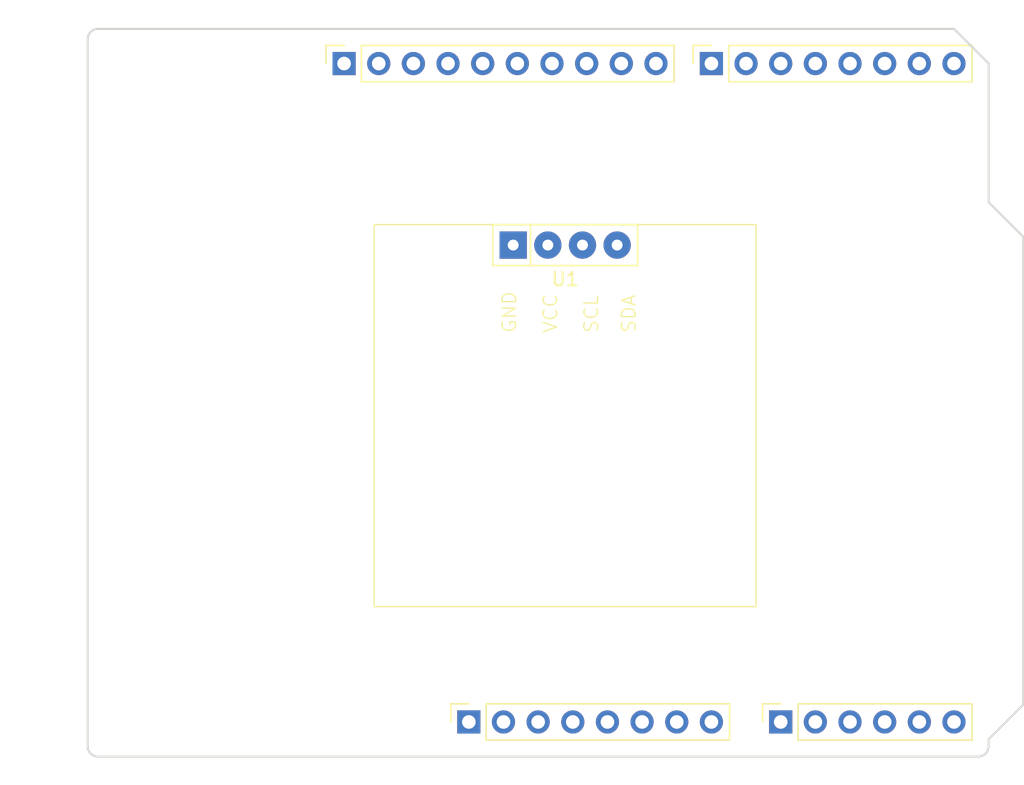
<source format=kicad_pcb>
(kicad_pcb (version 20241229) (generator "pcbnew") (generator_version "9.0")
  (title_block (date "mar. 31 mars 2015"))
  (layers (0 "F.Cu" signal) (2 "B.Cu" signal) (13 "F.Paste" user) (15 "B.Paste" user) (5 "F.SilkS" user "F.Silkscreen") (7 "B.SilkS" user "B.Silkscreen") (1 "F.Mask" user) (3 "B.Mask" user) (25 "Edge.Cuts" user))
  (net 0 "")
  (net 1 "GND")
  (net 3 "+5V")
  (net 4 "/IOREF")
  (net 5 "/A0")
  (net 6 "/A1")
  (net 7 "/A2")
  (net 8 "/A3")
  (net 9 "/SDA{slash}A4")
  (net 10 "/SCL{slash}A5")
  (net 11 "/13")
  (net 12 "/12")
  (net 13 "/AREF")
  (net 14 "/8")
  (net 15 "/7")
  (net 16 "/*11")
  (net 17 "/*10")
  (net 18 "/*9")
  (net 19 "/4")
  (net 20 "/2")
  (net 21 "/*6")
  (net 22 "/*5")
  (net 23 "/TX{slash}1")
  (net 24 "/*3")
  (net 25 "/RX{slash}0")
  (net 26 "+3V3")
  (net 27 "VCC")
  (net 28 "/~{RESET}")
  (footprint "Connector_PinSocket_2.54mm:PinSocket_1x08_P2.54mm_Vertical" (layer "F.Cu") (at 127.94 97.46 90)
    (property "Reference" "J1" (hide yes))
    (property "Value" "Power")
    (fp_line (start 1.33 -1.33) (end 1.33 0) (stroke (width 0.12)) (layer "F.SilkS"))
    (fp_line (start 0 -1.33) (end 1.33 -1.33) (stroke (width 0.12)) (layer "F.SilkS"))
    (fp_line (start 1.33 1.27) (end 1.33 19.11) (stroke (width 0.12)) (layer "F.SilkS"))
    (fp_line (start -1.33 1.27) (end 1.33 1.27) (stroke (width 0.12)) (layer "F.SilkS"))
    (fp_line (start -1.33 1.27) (end -1.33 19.11) (stroke (width 0.12)) (layer "F.SilkS"))
    (fp_line (start -1.33 19.11) (end 1.33 19.11) (stroke (width 0.12)) (layer "F.SilkS"))
    (pad "1" thru_hole rect (at 0 0 90) (size 1.7 1.7) (drill 1) (layers "*.Cu" "*.Mask"))
    (pad "2" thru_hole oval (at 0 2.54 90) (size 1.7 1.7) (drill 1) (layers "*.Cu" "*.Mask") (net 4 "/IOREF"))
    (pad "3" thru_hole oval (at 0 5.08 90) (size 1.7 1.7) (drill 1) (layers "*.Cu" "*.Mask") (net 28 "/~{RESET}"))
    (pad "4" thru_hole oval (at 0 7.62 90) (size 1.7 1.7) (drill 1) (layers "*.Cu" "*.Mask") (net 26 "+3V3"))
    (pad "5" thru_hole oval (at 0 10.16 90) (size 1.7 1.7) (drill 1) (layers "*.Cu" "*.Mask") (net 3 "+5V"))
    (pad "6" thru_hole oval (at 0 12.7 90) (size 1.7 1.7) (drill 1) (layers "*.Cu" "*.Mask") (net 1 "GND"))
    (pad "7" thru_hole oval (at 0 15.24 90) (size 1.7 1.7) (drill 1) (layers "*.Cu" "*.Mask") (net 1 "GND"))
    (pad "8" thru_hole oval (at 0 17.78 90) (size 1.7 1.7) (drill 1) (layers "*.Cu" "*.Mask") (net 27 "VCC"))
  )
  (footprint "Connector_PinSocket_2.54mm:PinSocket_1x06_P2.54mm_Vertical" (layer "F.Cu") (at 150.8 97.46 90)
    (property "Reference" "J3" (hide yes))
    (property "Value" "Analog")
    (fp_line (start 1.33 -1.33) (end 1.33 0) (stroke (width 0.12)) (layer "F.SilkS"))
    (fp_line (start 0 -1.33) (end 1.33 -1.33) (stroke (width 0.12)) (layer "F.SilkS"))
    (fp_line (start 1.33 1.27) (end 1.33 14.03) (stroke (width 0.12)) (layer "F.SilkS"))
    (fp_line (start -1.33 1.27) (end 1.33 1.27) (stroke (width 0.12)) (layer "F.SilkS"))
    (fp_line (start -1.33 1.27) (end -1.33 14.03) (stroke (width 0.12)) (layer "F.SilkS"))
    (fp_line (start -1.33 14.03) (end 1.33 14.03) (stroke (width 0.12)) (layer "F.SilkS"))
    (pad "1" thru_hole rect (at 0 0 90) (size 1.7 1.7) (drill 1) (layers "*.Cu" "*.Mask") (net 5 "/A0"))
    (pad "2" thru_hole oval (at 0 2.54 90) (size 1.7 1.7) (drill 1) (layers "*.Cu" "*.Mask") (net 6 "/A1"))
    (pad "3" thru_hole oval (at 0 5.08 90) (size 1.7 1.7) (drill 1) (layers "*.Cu" "*.Mask") (net 7 "/A2"))
    (pad "4" thru_hole oval (at 0 7.62 90) (size 1.7 1.7) (drill 1) (layers "*.Cu" "*.Mask") (net 8 "/A3"))
    (pad "5" thru_hole oval (at 0 10.16 90) (size 1.7 1.7) (drill 1) (layers "*.Cu" "*.Mask") (net 9 "/SDA{slash}A4"))
    (pad "6" thru_hole oval (at 0 12.7 90) (size 1.7 1.7) (drill 1) (layers "*.Cu" "*.Mask") (net 10 "/SCL{slash}A5"))
  )
  (footprint "Connector_PinSocket_2.54mm:PinSocket_1x10_P2.54mm_Vertical" (layer "F.Cu") (at 118.796 49.2 90)
    (property "Reference" "J2" (hide yes))
    (property "Value" "Digital/PWM")
    (fp_line (start 1.33 -1.33) (end 1.33 0) (stroke (width 0.12)) (layer "F.SilkS"))
    (fp_line (start 0 -1.33) (end 1.33 -1.33) (stroke (width 0.12)) (layer "F.SilkS"))
    (fp_line (start 1.33 1.27) (end 1.33 24.19) (stroke (width 0.12)) (layer "F.SilkS"))
    (fp_line (start -1.33 1.27) (end 1.33 1.27) (stroke (width 0.12)) (layer "F.SilkS"))
    (fp_line (start -1.33 1.27) (end -1.33 24.19) (stroke (width 0.12)) (layer "F.SilkS"))
    (fp_line (start -1.33 24.19) (end 1.33 24.19) (stroke (width 0.12)) (layer "F.SilkS"))
    (pad "1" thru_hole rect (at 0 0 90) (size 1.7 1.7) (drill 1) (layers "*.Cu" "*.Mask") (net 10 "/SCL{slash}A5"))
    (pad "2" thru_hole oval (at 0 2.54 90) (size 1.7 1.7) (drill 1) (layers "*.Cu" "*.Mask") (net 9 "/SDA{slash}A4"))
    (pad "3" thru_hole oval (at 0 5.08 90) (size 1.7 1.7) (drill 1) (layers "*.Cu" "*.Mask") (net 13 "/AREF"))
    (pad "4" thru_hole oval (at 0 7.62 90) (size 1.7 1.7) (drill 1) (layers "*.Cu" "*.Mask") (net 1 "GND"))
    (pad "5" thru_hole oval (at 0 10.16 90) (size 1.7 1.7) (drill 1) (layers "*.Cu" "*.Mask") (net 11 "/13"))
    (pad "6" thru_hole oval (at 0 12.7 90) (size 1.7 1.7) (drill 1) (layers "*.Cu" "*.Mask") (net 12 "/12"))
    (pad "7" thru_hole oval (at 0 15.24 90) (size 1.7 1.7) (drill 1) (layers "*.Cu" "*.Mask") (net 16 "/*11"))
    (pad "8" thru_hole oval (at 0 17.78 90) (size 1.7 1.7) (drill 1) (layers "*.Cu" "*.Mask") (net 17 "/*10"))
    (pad "9" thru_hole oval (at 0 20.32 90) (size 1.7 1.7) (drill 1) (layers "*.Cu" "*.Mask") (net 18 "/*9"))
    (pad "10" thru_hole oval (at 0 22.86 90) (size 1.7 1.7) (drill 1) (layers "*.Cu" "*.Mask") (net 14 "/8"))
  )
  (footprint "Connector_PinSocket_2.54mm:PinSocket_1x08_P2.54mm_Vertical" (layer "F.Cu") (at 145.72 49.2 90)
    (property "Reference" "J4" (hide yes))
    (property "Value" "Digital/PWM")
    (fp_line (start 1.33 -1.33) (end 1.33 0) (stroke (width 0.12)) (layer "F.SilkS"))
    (fp_line (start 0 -1.33) (end 1.33 -1.33) (stroke (width 0.12)) (layer "F.SilkS"))
    (fp_line (start 1.33 1.27) (end 1.33 19.11) (stroke (width 0.12)) (layer "F.SilkS"))
    (fp_line (start -1.33 1.27) (end 1.33 1.27) (stroke (width 0.12)) (layer "F.SilkS"))
    (fp_line (start -1.33 1.27) (end -1.33 19.11) (stroke (width 0.12)) (layer "F.SilkS"))
    (fp_line (start -1.33 19.11) (end 1.33 19.11) (stroke (width 0.12)) (layer "F.SilkS"))
    (pad "1" thru_hole rect (at 0 0 90) (size 1.7 1.7) (drill 1) (layers "*.Cu" "*.Mask") (net 15 "/7"))
    (pad "2" thru_hole oval (at 0 2.54 90) (size 1.7 1.7) (drill 1) (layers "*.Cu" "*.Mask") (net 21 "/*6"))
    (pad "3" thru_hole oval (at 0 5.08 90) (size 1.7 1.7) (drill 1) (layers "*.Cu" "*.Mask") (net 22 "/*5"))
    (pad "4" thru_hole oval (at 0 7.62 90) (size 1.7 1.7) (drill 1) (layers "*.Cu" "*.Mask") (net 19 "/4"))
    (pad "5" thru_hole oval (at 0 10.16 90) (size 1.7 1.7) (drill 1) (layers "*.Cu" "*.Mask") (net 24 "/*3"))
    (pad "6" thru_hole oval (at 0 12.7 90) (size 1.7 1.7) (drill 1) (layers "*.Cu" "*.Mask") (net 20 "/2"))
    (pad "7" thru_hole oval (at 0 15.24 90) (size 1.7 1.7) (drill 1) (layers "*.Cu" "*.Mask") (net 23 "/TX{slash}1"))
    (pad "8" thru_hole oval (at 0 17.78 90) (size 1.7 1.7) (drill 1) (layers "*.Cu" "*.Mask") (net 25 "/RX{slash}0"))
  )
  (footprint "MaLibEmpreinte:OLED1306" (layer "F.Cu") (at 135 62.505)
    (property "Reference" "U1" (at 0 2.5 0) (layer "F.SilkS"))
    (property "Value" "~")
    (fp_line (start -5.31 -1.5) (end 5.31 -1.5) (stroke (width 0.12)) (layer "F.SilkS"))
    (fp_line (start -5.31 1.5) (end -5.31 -1.5) (stroke (width 0.12)) (layer "F.SilkS"))
    (fp_line (start -2.54 -1.5) (end -2.54 1.5) (stroke (width 0.12)) (layer "F.SilkS"))
    (fp_line (start 5.31 -1.5) (end 5.31 1.5) (stroke (width 0.12)) (layer "F.SilkS"))
    (fp_line (start 5.31 1.5) (end -5.31 1.5) (stroke (width 0.12)) (layer "F.SilkS"))
    (fp_rect (start -14 -1.5) (end 14 26.5) (stroke (width 0.1)) (fill no) (layer "F.SilkS"))
    (fp_text user "SDA" (at 5.25 6.5 90) (layer "F.SilkS") (effects (font (thickness 0.1)) (justify left bottom)))
    (fp_text user "VCC" (at -0.5 6.5 90) (layer "F.SilkS") (effects (font (thickness 0.1)) (justify left bottom)))
    (fp_text user "GND" (at -3.5 6.5 90) (layer "F.SilkS") (effects (font (thickness 0.1)) (justify left bottom)))
    (fp_text user "SCL" (at 2.5 6.5 90) (layer "F.SilkS") (effects (font (thickness 0.1)) (justify left bottom)))
    (pad "1" thru_hole rect (at -3.81 0) (size 2 2) (drill 0.8) (layers "*.Cu" "*.Mask"))
    (pad "2" thru_hole circle (at -1.27 0) (size 2 2) (drill 0.8) (layers "*.Cu" "*.Mask"))
    (pad "3" thru_hole circle (at 1.27 0) (size 2 2) (drill 0.8) (layers "*.Cu" "*.Mask"))
    (pad "4" thru_hole circle (at 3.81 0) (size 2 2) (drill 0.8) (layers "*.Cu" "*.Mask"))
  )
  (footprint "Arduino_MountingHole:MountingHole_3.2mm" (layer "F.Cu") (at 115.24 49.2)
    (property "Reference" "MH1" (hide yes))
    (property "Value" "MountingHole_3.2mm" (hide yes))
    (pad "" np_thru_hole circle (at 0 0) (size 3.2 3.2) (drill 3.2) (layers "*.Cu" "*.Mask"))
  )
  (footprint "Arduino_MountingHole:MountingHole_3.2mm" (layer "F.Cu") (at 113.97 97.46)
    (property "Reference" "MH2" (hide yes))
    (property "Value" "MountingHole_3.2mm" (hide yes))
    (pad "" np_thru_hole circle (at 0 0) (size 3.2 3.2) (drill 3.2) (layers "*.Cu" "*.Mask"))
  )
  (footprint "Arduino_MountingHole:MountingHole_3.2mm" (layer "F.Cu") (at 166.04 64.44)
    (property "Reference" "MH3" (hide yes))
    (property "Value" "MountingHole_3.2mm" (hide yes))
    (pad "" np_thru_hole circle (at 0 0) (size 3.2 3.2) (drill 3.2) (layers "*.Cu" "*.Mask"))
  )
  (footprint "Arduino_MountingHole:MountingHole_3.2mm" (layer "F.Cu") (at 166.04 92.38)
    (property "Reference" "MH4" (hide yes))
    (property "Value" "MountingHole_3.2mm" (hide yes))
    (pad "" np_thru_hole circle (at 0 0) (size 3.2 3.2) (drill 3.2) (layers "*.Cu" "*.Mask"))
  )
  (gr_line (start 166.04 59.36) (end 168.58 61.9) (stroke (width 0.15)) (layer "Edge.Cuts"))
  (gr_line (start 100 99.238) (end 100 47.422) (stroke (width 0.15)) (layer "Edge.Cuts"))
  (gr_line (start 168.58 61.9) (end 168.58 96.19) (stroke (width 0.15)) (layer "Edge.Cuts"))
  (gr_line (start 165.278 100) (end 100.762 100) (stroke (width 0.15)) (layer "Edge.Cuts"))
  (gr_line (start 100.762 46.66) (end 163.5 46.66) (stroke (width 0.15)) (layer "Edge.Cuts"))
  (gr_arc (start 100.762 100) (mid 100.223185 99.776815) (end 100 99.238) (stroke (width 0.15)) (layer "Edge.Cuts"))
  (gr_line (start 168.58 96.19) (end 166.04 98.73) (stroke (width 0.15)) (layer "Edge.Cuts"))
  (gr_line (start 163.5 46.66) (end 166.04 49.2) (stroke (width 0.15)) (layer "Edge.Cuts"))
  (gr_arc (start 166.04 99.238) (mid 165.816815 99.776815) (end 165.278 100) (stroke (width 0.15)) (layer "Edge.Cuts"))
  (gr_line (start 166.04 49.2) (end 166.04 59.36) (stroke (width 0.15)) (layer "Edge.Cuts"))
  (gr_line (start 166.04 98.73) (end 166.04 99.238) (stroke (width 0.15)) (layer "Edge.Cuts"))
  (gr_arc (start 100 47.422) (mid 100.223185 46.883185) (end 100.762 46.66) (stroke (width 0.15)) (layer "Edge.Cuts"))
)
</source>
